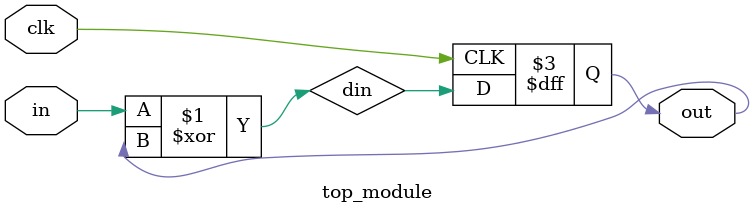
<source format=v>
module top_module (
    input clk,
    input in, 
    output out);
    wire din;
    assign din=in^out;
    always @(posedge clk)
        out<=din;

endmodule

</source>
